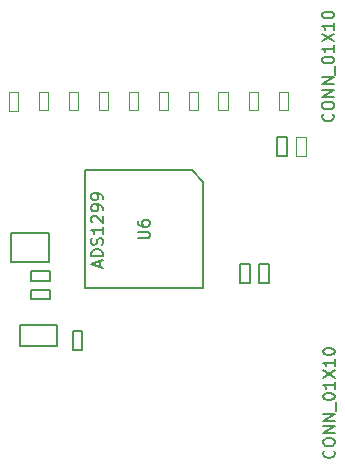
<source format=gbr>
G04 #@! TF.FileFunction,Other,Fab,Top*
%FSLAX46Y46*%
G04 Gerber Fmt 4.6, Leading zero omitted, Abs format (unit mm)*
G04 Created by KiCad (PCBNEW 4.0.4-stable) date Wednesday, May 10, 2017 'PMt' 03:49:53 PM*
%MOMM*%
%LPD*%
G01*
G04 APERTURE LIST*
%ADD10C,0.100000*%
%ADD11C,0.150000*%
G04 APERTURE END LIST*
D10*
D11*
X40298420Y-61663680D02*
X41098420Y-61663680D01*
X40298420Y-63263680D02*
X40298420Y-61663680D01*
X41098420Y-63263680D02*
X40298420Y-63263680D01*
X41098420Y-61663680D02*
X41098420Y-63263680D01*
X38379300Y-58134300D02*
X38379300Y-58934300D01*
X36779300Y-58134300D02*
X38379300Y-58134300D01*
X36779300Y-58934300D02*
X36779300Y-58134300D01*
X38379300Y-58934300D02*
X36779300Y-58934300D01*
X38379300Y-56584900D02*
X38379300Y-57384900D01*
X36779300Y-56584900D02*
X38379300Y-56584900D01*
X36779300Y-57384900D02*
X36779300Y-56584900D01*
X38379300Y-57384900D02*
X36779300Y-57384900D01*
X55297020Y-57538520D02*
X54497020Y-57538520D01*
X55297020Y-55938520D02*
X55297020Y-57538520D01*
X54497020Y-55938520D02*
X55297020Y-55938520D01*
X54497020Y-57538520D02*
X54497020Y-55938520D01*
X56897220Y-57538520D02*
X56097220Y-57538520D01*
X56897220Y-55938520D02*
X56897220Y-57538520D01*
X56097220Y-55938520D02*
X56897220Y-55938520D01*
X56097220Y-57538520D02*
X56097220Y-55938520D01*
X57639000Y-45212100D02*
X58439000Y-45212100D01*
X57639000Y-46812100D02*
X57639000Y-45212100D01*
X58439000Y-46812100D02*
X57639000Y-46812100D01*
X58439000Y-45212100D02*
X58439000Y-46812100D01*
X38290300Y-53321900D02*
X38290300Y-55821900D01*
X35090300Y-53321900D02*
X38290300Y-53321900D01*
X35090300Y-55821900D02*
X35090300Y-53321900D01*
X38290300Y-55821900D02*
X35090300Y-55821900D01*
D10*
X35706000Y-42989400D02*
X34906000Y-42989400D01*
X35706000Y-41389400D02*
X35706000Y-42989400D01*
X34906000Y-41389400D02*
X35706000Y-41389400D01*
X34906000Y-42989400D02*
X34906000Y-41389400D01*
X38220600Y-42964000D02*
X37420600Y-42964000D01*
X38220600Y-41364000D02*
X38220600Y-42964000D01*
X37420600Y-41364000D02*
X38220600Y-41364000D01*
X37420600Y-42964000D02*
X37420600Y-41364000D01*
X40760600Y-42964000D02*
X39960600Y-42964000D01*
X40760600Y-41364000D02*
X40760600Y-42964000D01*
X39960600Y-41364000D02*
X40760600Y-41364000D01*
X39960600Y-42964000D02*
X39960600Y-41364000D01*
X43300600Y-42964000D02*
X42500600Y-42964000D01*
X43300600Y-41364000D02*
X43300600Y-42964000D01*
X42500600Y-41364000D02*
X43300600Y-41364000D01*
X42500600Y-42964000D02*
X42500600Y-41364000D01*
X45840600Y-42964000D02*
X45040600Y-42964000D01*
X45840600Y-41364000D02*
X45840600Y-42964000D01*
X45040600Y-41364000D02*
X45840600Y-41364000D01*
X45040600Y-42964000D02*
X45040600Y-41364000D01*
X59239200Y-45212100D02*
X60039200Y-45212100D01*
X59239200Y-46812100D02*
X59239200Y-45212100D01*
X60039200Y-46812100D02*
X59239200Y-46812100D01*
X60039200Y-45212100D02*
X60039200Y-46812100D01*
X48380600Y-42964000D02*
X47580600Y-42964000D01*
X48380600Y-41364000D02*
X48380600Y-42964000D01*
X47580600Y-41364000D02*
X48380600Y-41364000D01*
X47580600Y-42964000D02*
X47580600Y-41364000D01*
X50920600Y-42964000D02*
X50120600Y-42964000D01*
X50920600Y-41364000D02*
X50920600Y-42964000D01*
X50120600Y-41364000D02*
X50920600Y-41364000D01*
X50120600Y-42964000D02*
X50120600Y-41364000D01*
X53435200Y-42964000D02*
X52635200Y-42964000D01*
X53435200Y-41364000D02*
X53435200Y-42964000D01*
X52635200Y-41364000D02*
X53435200Y-41364000D01*
X52635200Y-42964000D02*
X52635200Y-41364000D01*
X56026000Y-42964000D02*
X55226000Y-42964000D01*
X56026000Y-41364000D02*
X56026000Y-42964000D01*
X55226000Y-41364000D02*
X56026000Y-41364000D01*
X55226000Y-42964000D02*
X55226000Y-41364000D01*
X58540600Y-42964000D02*
X57740600Y-42964000D01*
X58540600Y-41364000D02*
X58540600Y-42964000D01*
X57740600Y-41364000D02*
X58540600Y-41364000D01*
X57740600Y-42964000D02*
X57740600Y-41364000D01*
D11*
X35887060Y-61091240D02*
X35887060Y-62891240D01*
X35887060Y-62891240D02*
X38987060Y-62891240D01*
X38987060Y-61091240D02*
X38987060Y-62891240D01*
X35887060Y-61091240D02*
X38987060Y-61091240D01*
X51380400Y-49035200D02*
X51380400Y-58035200D01*
X51380400Y-58035200D02*
X41380400Y-58035200D01*
X41380400Y-58035200D02*
X41380400Y-48035200D01*
X41380400Y-48035200D02*
X50380400Y-48035200D01*
X50380400Y-48035200D02*
X51380400Y-49035200D01*
X62333143Y-43266809D02*
X62380762Y-43314428D01*
X62428381Y-43457285D01*
X62428381Y-43552523D01*
X62380762Y-43695381D01*
X62285524Y-43790619D01*
X62190286Y-43838238D01*
X61999810Y-43885857D01*
X61856952Y-43885857D01*
X61666476Y-43838238D01*
X61571238Y-43790619D01*
X61476000Y-43695381D01*
X61428381Y-43552523D01*
X61428381Y-43457285D01*
X61476000Y-43314428D01*
X61523619Y-43266809D01*
X61428381Y-42647762D02*
X61428381Y-42457285D01*
X61476000Y-42362047D01*
X61571238Y-42266809D01*
X61761714Y-42219190D01*
X62095048Y-42219190D01*
X62285524Y-42266809D01*
X62380762Y-42362047D01*
X62428381Y-42457285D01*
X62428381Y-42647762D01*
X62380762Y-42743000D01*
X62285524Y-42838238D01*
X62095048Y-42885857D01*
X61761714Y-42885857D01*
X61571238Y-42838238D01*
X61476000Y-42743000D01*
X61428381Y-42647762D01*
X62428381Y-41790619D02*
X61428381Y-41790619D01*
X62428381Y-41219190D01*
X61428381Y-41219190D01*
X62428381Y-40743000D02*
X61428381Y-40743000D01*
X62428381Y-40171571D01*
X61428381Y-40171571D01*
X62523619Y-39933476D02*
X62523619Y-39171571D01*
X61428381Y-38743000D02*
X61428381Y-38647761D01*
X61476000Y-38552523D01*
X61523619Y-38504904D01*
X61618857Y-38457285D01*
X61809333Y-38409666D01*
X62047429Y-38409666D01*
X62237905Y-38457285D01*
X62333143Y-38504904D01*
X62380762Y-38552523D01*
X62428381Y-38647761D01*
X62428381Y-38743000D01*
X62380762Y-38838238D01*
X62333143Y-38885857D01*
X62237905Y-38933476D01*
X62047429Y-38981095D01*
X61809333Y-38981095D01*
X61618857Y-38933476D01*
X61523619Y-38885857D01*
X61476000Y-38838238D01*
X61428381Y-38743000D01*
X62428381Y-37457285D02*
X62428381Y-38028714D01*
X62428381Y-37743000D02*
X61428381Y-37743000D01*
X61571238Y-37838238D01*
X61666476Y-37933476D01*
X61714095Y-38028714D01*
X61428381Y-37123952D02*
X62428381Y-36457285D01*
X61428381Y-36457285D02*
X62428381Y-37123952D01*
X62428381Y-35552523D02*
X62428381Y-36123952D01*
X62428381Y-35838238D02*
X61428381Y-35838238D01*
X61571238Y-35933476D01*
X61666476Y-36028714D01*
X61714095Y-36123952D01*
X61428381Y-34933476D02*
X61428381Y-34838237D01*
X61476000Y-34742999D01*
X61523619Y-34695380D01*
X61618857Y-34647761D01*
X61809333Y-34600142D01*
X62047429Y-34600142D01*
X62237905Y-34647761D01*
X62333143Y-34695380D01*
X62380762Y-34742999D01*
X62428381Y-34838237D01*
X62428381Y-34933476D01*
X62380762Y-35028714D01*
X62333143Y-35076333D01*
X62237905Y-35123952D01*
X62047429Y-35171571D01*
X61809333Y-35171571D01*
X61618857Y-35123952D01*
X61523619Y-35076333D01*
X61476000Y-35028714D01*
X61428381Y-34933476D01*
X62409343Y-71765609D02*
X62456962Y-71813228D01*
X62504581Y-71956085D01*
X62504581Y-72051323D01*
X62456962Y-72194181D01*
X62361724Y-72289419D01*
X62266486Y-72337038D01*
X62076010Y-72384657D01*
X61933152Y-72384657D01*
X61742676Y-72337038D01*
X61647438Y-72289419D01*
X61552200Y-72194181D01*
X61504581Y-72051323D01*
X61504581Y-71956085D01*
X61552200Y-71813228D01*
X61599819Y-71765609D01*
X61504581Y-71146562D02*
X61504581Y-70956085D01*
X61552200Y-70860847D01*
X61647438Y-70765609D01*
X61837914Y-70717990D01*
X62171248Y-70717990D01*
X62361724Y-70765609D01*
X62456962Y-70860847D01*
X62504581Y-70956085D01*
X62504581Y-71146562D01*
X62456962Y-71241800D01*
X62361724Y-71337038D01*
X62171248Y-71384657D01*
X61837914Y-71384657D01*
X61647438Y-71337038D01*
X61552200Y-71241800D01*
X61504581Y-71146562D01*
X62504581Y-70289419D02*
X61504581Y-70289419D01*
X62504581Y-69717990D01*
X61504581Y-69717990D01*
X62504581Y-69241800D02*
X61504581Y-69241800D01*
X62504581Y-68670371D01*
X61504581Y-68670371D01*
X62599819Y-68432276D02*
X62599819Y-67670371D01*
X61504581Y-67241800D02*
X61504581Y-67146561D01*
X61552200Y-67051323D01*
X61599819Y-67003704D01*
X61695057Y-66956085D01*
X61885533Y-66908466D01*
X62123629Y-66908466D01*
X62314105Y-66956085D01*
X62409343Y-67003704D01*
X62456962Y-67051323D01*
X62504581Y-67146561D01*
X62504581Y-67241800D01*
X62456962Y-67337038D01*
X62409343Y-67384657D01*
X62314105Y-67432276D01*
X62123629Y-67479895D01*
X61885533Y-67479895D01*
X61695057Y-67432276D01*
X61599819Y-67384657D01*
X61552200Y-67337038D01*
X61504581Y-67241800D01*
X62504581Y-65956085D02*
X62504581Y-66527514D01*
X62504581Y-66241800D02*
X61504581Y-66241800D01*
X61647438Y-66337038D01*
X61742676Y-66432276D01*
X61790295Y-66527514D01*
X61504581Y-65622752D02*
X62504581Y-64956085D01*
X61504581Y-64956085D02*
X62504581Y-65622752D01*
X62504581Y-64051323D02*
X62504581Y-64622752D01*
X62504581Y-64337038D02*
X61504581Y-64337038D01*
X61647438Y-64432276D01*
X61742676Y-64527514D01*
X61790295Y-64622752D01*
X61504581Y-63432276D02*
X61504581Y-63337037D01*
X61552200Y-63241799D01*
X61599819Y-63194180D01*
X61695057Y-63146561D01*
X61885533Y-63098942D01*
X62123629Y-63098942D01*
X62314105Y-63146561D01*
X62409343Y-63194180D01*
X62456962Y-63241799D01*
X62504581Y-63337037D01*
X62504581Y-63432276D01*
X62456962Y-63527514D01*
X62409343Y-63575133D01*
X62314105Y-63622752D01*
X62123629Y-63670371D01*
X61885533Y-63670371D01*
X61695057Y-63622752D01*
X61599819Y-63575133D01*
X61552200Y-63527514D01*
X61504581Y-63432276D01*
X42584667Y-56205048D02*
X42584667Y-55728857D01*
X42870381Y-56300286D02*
X41870381Y-55966953D01*
X42870381Y-55633619D01*
X42870381Y-55300286D02*
X41870381Y-55300286D01*
X41870381Y-55062191D01*
X41918000Y-54919333D01*
X42013238Y-54824095D01*
X42108476Y-54776476D01*
X42298952Y-54728857D01*
X42441810Y-54728857D01*
X42632286Y-54776476D01*
X42727524Y-54824095D01*
X42822762Y-54919333D01*
X42870381Y-55062191D01*
X42870381Y-55300286D01*
X42822762Y-54347905D02*
X42870381Y-54205048D01*
X42870381Y-53966952D01*
X42822762Y-53871714D01*
X42775143Y-53824095D01*
X42679905Y-53776476D01*
X42584667Y-53776476D01*
X42489429Y-53824095D01*
X42441810Y-53871714D01*
X42394190Y-53966952D01*
X42346571Y-54157429D01*
X42298952Y-54252667D01*
X42251333Y-54300286D01*
X42156095Y-54347905D01*
X42060857Y-54347905D01*
X41965619Y-54300286D01*
X41918000Y-54252667D01*
X41870381Y-54157429D01*
X41870381Y-53919333D01*
X41918000Y-53776476D01*
X42870381Y-52824095D02*
X42870381Y-53395524D01*
X42870381Y-53109810D02*
X41870381Y-53109810D01*
X42013238Y-53205048D01*
X42108476Y-53300286D01*
X42156095Y-53395524D01*
X41965619Y-52443143D02*
X41918000Y-52395524D01*
X41870381Y-52300286D01*
X41870381Y-52062190D01*
X41918000Y-51966952D01*
X41965619Y-51919333D01*
X42060857Y-51871714D01*
X42156095Y-51871714D01*
X42298952Y-51919333D01*
X42870381Y-52490762D01*
X42870381Y-51871714D01*
X42870381Y-51395524D02*
X42870381Y-51205048D01*
X42822762Y-51109809D01*
X42775143Y-51062190D01*
X42632286Y-50966952D01*
X42441810Y-50919333D01*
X42060857Y-50919333D01*
X41965619Y-50966952D01*
X41918000Y-51014571D01*
X41870381Y-51109809D01*
X41870381Y-51300286D01*
X41918000Y-51395524D01*
X41965619Y-51443143D01*
X42060857Y-51490762D01*
X42298952Y-51490762D01*
X42394190Y-51443143D01*
X42441810Y-51395524D01*
X42489429Y-51300286D01*
X42489429Y-51109809D01*
X42441810Y-51014571D01*
X42394190Y-50966952D01*
X42298952Y-50919333D01*
X42870381Y-50443143D02*
X42870381Y-50252667D01*
X42822762Y-50157428D01*
X42775143Y-50109809D01*
X42632286Y-50014571D01*
X42441810Y-49966952D01*
X42060857Y-49966952D01*
X41965619Y-50014571D01*
X41918000Y-50062190D01*
X41870381Y-50157428D01*
X41870381Y-50347905D01*
X41918000Y-50443143D01*
X41965619Y-50490762D01*
X42060857Y-50538381D01*
X42298952Y-50538381D01*
X42394190Y-50490762D01*
X42441810Y-50443143D01*
X42489429Y-50347905D01*
X42489429Y-50157428D01*
X42441810Y-50062190D01*
X42394190Y-50014571D01*
X42298952Y-49966952D01*
X45832781Y-53797105D02*
X46642305Y-53797105D01*
X46737543Y-53749486D01*
X46785162Y-53701867D01*
X46832781Y-53606629D01*
X46832781Y-53416152D01*
X46785162Y-53320914D01*
X46737543Y-53273295D01*
X46642305Y-53225676D01*
X45832781Y-53225676D01*
X45832781Y-52320914D02*
X45832781Y-52511391D01*
X45880400Y-52606629D01*
X45928019Y-52654248D01*
X46070876Y-52749486D01*
X46261352Y-52797105D01*
X46642305Y-52797105D01*
X46737543Y-52749486D01*
X46785162Y-52701867D01*
X46832781Y-52606629D01*
X46832781Y-52416152D01*
X46785162Y-52320914D01*
X46737543Y-52273295D01*
X46642305Y-52225676D01*
X46404210Y-52225676D01*
X46308971Y-52273295D01*
X46261352Y-52320914D01*
X46213733Y-52416152D01*
X46213733Y-52606629D01*
X46261352Y-52701867D01*
X46308971Y-52749486D01*
X46404210Y-52797105D01*
M02*

</source>
